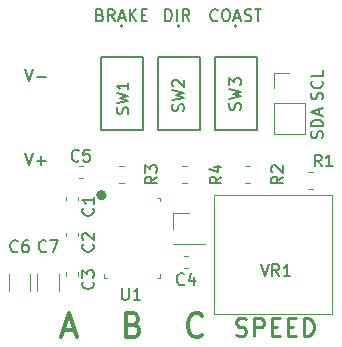
<source format=gbr>
G04 #@! TF.GenerationSoftware,KiCad,Pcbnew,(6.0.1)*
G04 #@! TF.CreationDate,2022-02-05T19:11:42-06:00*
G04 #@! TF.ProjectId,MCF8316A,4d434638-3331-4364-912e-6b696361645f,rev?*
G04 #@! TF.SameCoordinates,Original*
G04 #@! TF.FileFunction,Legend,Top*
G04 #@! TF.FilePolarity,Positive*
%FSLAX46Y46*%
G04 Gerber Fmt 4.6, Leading zero omitted, Abs format (unit mm)*
G04 Created by KiCad (PCBNEW (6.0.1)) date 2022-02-05 19:11:42*
%MOMM*%
%LPD*%
G01*
G04 APERTURE LIST*
%ADD10C,0.150000*%
%ADD11C,0.250000*%
%ADD12C,0.300000*%
%ADD13C,0.120000*%
%ADD14C,0.460000*%
%ADD15C,0.127000*%
%ADD16C,0.200000*%
G04 APERTURE END LIST*
D10*
X154956000Y-86558380D02*
X154956000Y-85558380D01*
X155194095Y-85558380D01*
X155336952Y-85606000D01*
X155432190Y-85701238D01*
X155479809Y-85796476D01*
X155527428Y-85986952D01*
X155527428Y-86129809D01*
X155479809Y-86320285D01*
X155432190Y-86415523D01*
X155336952Y-86510761D01*
X155194095Y-86558380D01*
X154956000Y-86558380D01*
X155956000Y-86558380D02*
X155956000Y-85558380D01*
X157003619Y-86558380D02*
X156670285Y-86082190D01*
X156432190Y-86558380D02*
X156432190Y-85558380D01*
X156813142Y-85558380D01*
X156908380Y-85606000D01*
X156956000Y-85653619D01*
X157003619Y-85748857D01*
X157003619Y-85891714D01*
X156956000Y-85986952D01*
X156908380Y-86034571D01*
X156813142Y-86082190D01*
X156432190Y-86082190D01*
X143065619Y-97750380D02*
X143398952Y-98750380D01*
X143732285Y-97750380D01*
X144065619Y-98369428D02*
X144827523Y-98369428D01*
X144446571Y-98750380D02*
X144446571Y-97988476D01*
X168247961Y-96464285D02*
X168295580Y-96321428D01*
X168295580Y-96083333D01*
X168247961Y-95988095D01*
X168200342Y-95940476D01*
X168105104Y-95892857D01*
X168009866Y-95892857D01*
X167914628Y-95940476D01*
X167867009Y-95988095D01*
X167819390Y-96083333D01*
X167771771Y-96273809D01*
X167724152Y-96369047D01*
X167676533Y-96416666D01*
X167581295Y-96464285D01*
X167486057Y-96464285D01*
X167390819Y-96416666D01*
X167343200Y-96369047D01*
X167295580Y-96273809D01*
X167295580Y-96035714D01*
X167343200Y-95892857D01*
X168295580Y-95464285D02*
X167295580Y-95464285D01*
X167295580Y-95226190D01*
X167343200Y-95083333D01*
X167438438Y-94988095D01*
X167533676Y-94940476D01*
X167724152Y-94892857D01*
X167867009Y-94892857D01*
X168057485Y-94940476D01*
X168152723Y-94988095D01*
X168247961Y-95083333D01*
X168295580Y-95226190D01*
X168295580Y-95464285D01*
X168009866Y-94511904D02*
X168009866Y-94035714D01*
X168295580Y-94607142D02*
X167295580Y-94273809D01*
X168295580Y-93940476D01*
D11*
X160950685Y-113129142D02*
X161164971Y-113200571D01*
X161522114Y-113200571D01*
X161664971Y-113129142D01*
X161736400Y-113057714D01*
X161807828Y-112914857D01*
X161807828Y-112772000D01*
X161736400Y-112629142D01*
X161664971Y-112557714D01*
X161522114Y-112486285D01*
X161236400Y-112414857D01*
X161093542Y-112343428D01*
X161022114Y-112272000D01*
X160950685Y-112129142D01*
X160950685Y-111986285D01*
X161022114Y-111843428D01*
X161093542Y-111772000D01*
X161236400Y-111700571D01*
X161593542Y-111700571D01*
X161807828Y-111772000D01*
X162450685Y-113200571D02*
X162450685Y-111700571D01*
X163022114Y-111700571D01*
X163164971Y-111772000D01*
X163236400Y-111843428D01*
X163307828Y-111986285D01*
X163307828Y-112200571D01*
X163236400Y-112343428D01*
X163164971Y-112414857D01*
X163022114Y-112486285D01*
X162450685Y-112486285D01*
X163950685Y-112414857D02*
X164450685Y-112414857D01*
X164664971Y-113200571D02*
X163950685Y-113200571D01*
X163950685Y-111700571D01*
X164664971Y-111700571D01*
X165307828Y-112414857D02*
X165807828Y-112414857D01*
X166022114Y-113200571D02*
X165307828Y-113200571D01*
X165307828Y-111700571D01*
X166022114Y-111700571D01*
X166664971Y-113200571D02*
X166664971Y-111700571D01*
X167022114Y-111700571D01*
X167236400Y-111772000D01*
X167379257Y-111914857D01*
X167450685Y-112057714D01*
X167522114Y-112343428D01*
X167522114Y-112557714D01*
X167450685Y-112843428D01*
X167379257Y-112986285D01*
X167236400Y-113129142D01*
X167022114Y-113200571D01*
X166664971Y-113200571D01*
D10*
X159383600Y-86463142D02*
X159335980Y-86510761D01*
X159193123Y-86558380D01*
X159097885Y-86558380D01*
X158955028Y-86510761D01*
X158859790Y-86415523D01*
X158812171Y-86320285D01*
X158764552Y-86129809D01*
X158764552Y-85986952D01*
X158812171Y-85796476D01*
X158859790Y-85701238D01*
X158955028Y-85606000D01*
X159097885Y-85558380D01*
X159193123Y-85558380D01*
X159335980Y-85606000D01*
X159383600Y-85653619D01*
X160002647Y-85558380D02*
X160193123Y-85558380D01*
X160288361Y-85606000D01*
X160383600Y-85701238D01*
X160431219Y-85891714D01*
X160431219Y-86225047D01*
X160383600Y-86415523D01*
X160288361Y-86510761D01*
X160193123Y-86558380D01*
X160002647Y-86558380D01*
X159907409Y-86510761D01*
X159812171Y-86415523D01*
X159764552Y-86225047D01*
X159764552Y-85891714D01*
X159812171Y-85701238D01*
X159907409Y-85606000D01*
X160002647Y-85558380D01*
X160812171Y-86272666D02*
X161288361Y-86272666D01*
X160716933Y-86558380D02*
X161050266Y-85558380D01*
X161383600Y-86558380D01*
X161669314Y-86510761D02*
X161812171Y-86558380D01*
X162050266Y-86558380D01*
X162145504Y-86510761D01*
X162193123Y-86463142D01*
X162240742Y-86367904D01*
X162240742Y-86272666D01*
X162193123Y-86177428D01*
X162145504Y-86129809D01*
X162050266Y-86082190D01*
X161859790Y-86034571D01*
X161764552Y-85986952D01*
X161716933Y-85939333D01*
X161669314Y-85844095D01*
X161669314Y-85748857D01*
X161716933Y-85653619D01*
X161764552Y-85606000D01*
X161859790Y-85558380D01*
X162097885Y-85558380D01*
X162240742Y-85606000D01*
X162526457Y-85558380D02*
X163097885Y-85558380D01*
X162812171Y-86558380D02*
X162812171Y-85558380D01*
D12*
X152288857Y-112252142D02*
X152574571Y-112347380D01*
X152669809Y-112442619D01*
X152765047Y-112633095D01*
X152765047Y-112918809D01*
X152669809Y-113109285D01*
X152574571Y-113204523D01*
X152384095Y-113299761D01*
X151622190Y-113299761D01*
X151622190Y-111299761D01*
X152288857Y-111299761D01*
X152479333Y-111395000D01*
X152574571Y-111490238D01*
X152669809Y-111680714D01*
X152669809Y-111871190D01*
X152574571Y-112061666D01*
X152479333Y-112156904D01*
X152288857Y-112252142D01*
X151622190Y-112252142D01*
D10*
X143065619Y-90638380D02*
X143398952Y-91638380D01*
X143732285Y-90638380D01*
X144065619Y-91257428D02*
X144827523Y-91257428D01*
D12*
X146335809Y-112728333D02*
X147288190Y-112728333D01*
X146145333Y-113299761D02*
X146812000Y-111299761D01*
X147478666Y-113299761D01*
D10*
X149422076Y-86034571D02*
X149564933Y-86082190D01*
X149612552Y-86129809D01*
X149660171Y-86225047D01*
X149660171Y-86367904D01*
X149612552Y-86463142D01*
X149564933Y-86510761D01*
X149469695Y-86558380D01*
X149088742Y-86558380D01*
X149088742Y-85558380D01*
X149422076Y-85558380D01*
X149517314Y-85606000D01*
X149564933Y-85653619D01*
X149612552Y-85748857D01*
X149612552Y-85844095D01*
X149564933Y-85939333D01*
X149517314Y-85986952D01*
X149422076Y-86034571D01*
X149088742Y-86034571D01*
X150660171Y-86558380D02*
X150326838Y-86082190D01*
X150088742Y-86558380D02*
X150088742Y-85558380D01*
X150469695Y-85558380D01*
X150564933Y-85606000D01*
X150612552Y-85653619D01*
X150660171Y-85748857D01*
X150660171Y-85891714D01*
X150612552Y-85986952D01*
X150564933Y-86034571D01*
X150469695Y-86082190D01*
X150088742Y-86082190D01*
X151041123Y-86272666D02*
X151517314Y-86272666D01*
X150945885Y-86558380D02*
X151279219Y-85558380D01*
X151612552Y-86558380D01*
X151945885Y-86558380D02*
X151945885Y-85558380D01*
X152517314Y-86558380D02*
X152088742Y-85986952D01*
X152517314Y-85558380D02*
X151945885Y-86129809D01*
X152945885Y-86034571D02*
X153279219Y-86034571D01*
X153422076Y-86558380D02*
X152945885Y-86558380D01*
X152945885Y-85558380D01*
X153422076Y-85558380D01*
X168247961Y-93189276D02*
X168295580Y-93046419D01*
X168295580Y-92808323D01*
X168247961Y-92713085D01*
X168200342Y-92665466D01*
X168105104Y-92617847D01*
X168009866Y-92617847D01*
X167914628Y-92665466D01*
X167867009Y-92713085D01*
X167819390Y-92808323D01*
X167771771Y-92998800D01*
X167724152Y-93094038D01*
X167676533Y-93141657D01*
X167581295Y-93189276D01*
X167486057Y-93189276D01*
X167390819Y-93141657D01*
X167343200Y-93094038D01*
X167295580Y-92998800D01*
X167295580Y-92760704D01*
X167343200Y-92617847D01*
X168200342Y-91617847D02*
X168247961Y-91665466D01*
X168295580Y-91808323D01*
X168295580Y-91903561D01*
X168247961Y-92046419D01*
X168152723Y-92141657D01*
X168057485Y-92189276D01*
X167867009Y-92236895D01*
X167724152Y-92236895D01*
X167533676Y-92189276D01*
X167438438Y-92141657D01*
X167343200Y-92046419D01*
X167295580Y-91903561D01*
X167295580Y-91808323D01*
X167343200Y-91665466D01*
X167390819Y-91617847D01*
X168295580Y-90713085D02*
X168295580Y-91189276D01*
X167295580Y-91189276D01*
D12*
X158099047Y-113109285D02*
X158003809Y-113204523D01*
X157718095Y-113299761D01*
X157527619Y-113299761D01*
X157241904Y-113204523D01*
X157051428Y-113014047D01*
X156956190Y-112823571D01*
X156860952Y-112442619D01*
X156860952Y-112156904D01*
X156956190Y-111775952D01*
X157051428Y-111585476D01*
X157241904Y-111395000D01*
X157527619Y-111299761D01*
X157718095Y-111299761D01*
X158003809Y-111395000D01*
X158099047Y-111490238D01*
D10*
G04 #@! TO.C,R1*
X168184533Y-98851980D02*
X167851200Y-98375790D01*
X167613104Y-98851980D02*
X167613104Y-97851980D01*
X167994057Y-97851980D01*
X168089295Y-97899600D01*
X168136914Y-97947219D01*
X168184533Y-98042457D01*
X168184533Y-98185314D01*
X168136914Y-98280552D01*
X168089295Y-98328171D01*
X167994057Y-98375790D01*
X167613104Y-98375790D01*
X169136914Y-98851980D02*
X168565485Y-98851980D01*
X168851200Y-98851980D02*
X168851200Y-97851980D01*
X168755961Y-97994838D01*
X168660723Y-98090076D01*
X168565485Y-98137695D01*
G04 #@! TO.C,U1*
X151284095Y-109154380D02*
X151284095Y-109963904D01*
X151331714Y-110059142D01*
X151379333Y-110106761D01*
X151474571Y-110154380D01*
X151665047Y-110154380D01*
X151760285Y-110106761D01*
X151807904Y-110059142D01*
X151855523Y-109963904D01*
X151855523Y-109154380D01*
X152855523Y-110154380D02*
X152284095Y-110154380D01*
X152569809Y-110154380D02*
X152569809Y-109154380D01*
X152474571Y-109297238D01*
X152379333Y-109392476D01*
X152284095Y-109440095D01*
G04 #@! TO.C,C5*
X147648333Y-98350342D02*
X147600714Y-98397961D01*
X147457857Y-98445580D01*
X147362619Y-98445580D01*
X147219761Y-98397961D01*
X147124523Y-98302723D01*
X147076904Y-98207485D01*
X147029285Y-98017009D01*
X147029285Y-97874152D01*
X147076904Y-97683676D01*
X147124523Y-97588438D01*
X147219761Y-97493200D01*
X147362619Y-97445580D01*
X147457857Y-97445580D01*
X147600714Y-97493200D01*
X147648333Y-97540819D01*
X148553095Y-97445580D02*
X148076904Y-97445580D01*
X148029285Y-97921771D01*
X148076904Y-97874152D01*
X148172142Y-97826533D01*
X148410238Y-97826533D01*
X148505476Y-97874152D01*
X148553095Y-97921771D01*
X148600714Y-98017009D01*
X148600714Y-98255104D01*
X148553095Y-98350342D01*
X148505476Y-98397961D01*
X148410238Y-98445580D01*
X148172142Y-98445580D01*
X148076904Y-98397961D01*
X148029285Y-98350342D01*
G04 #@! TO.C,R4*
X159710380Y-99734666D02*
X159234190Y-100068000D01*
X159710380Y-100306095D02*
X158710380Y-100306095D01*
X158710380Y-99925142D01*
X158758000Y-99829904D01*
X158805619Y-99782285D01*
X158900857Y-99734666D01*
X159043714Y-99734666D01*
X159138952Y-99782285D01*
X159186571Y-99829904D01*
X159234190Y-99925142D01*
X159234190Y-100306095D01*
X159043714Y-98877523D02*
X159710380Y-98877523D01*
X158662761Y-99115619D02*
X159377047Y-99353714D01*
X159377047Y-98734666D01*
G04 #@! TO.C,SW1*
X151788761Y-94424333D02*
X151836380Y-94281476D01*
X151836380Y-94043380D01*
X151788761Y-93948142D01*
X151741142Y-93900523D01*
X151645904Y-93852904D01*
X151550666Y-93852904D01*
X151455428Y-93900523D01*
X151407809Y-93948142D01*
X151360190Y-94043380D01*
X151312571Y-94233857D01*
X151264952Y-94329095D01*
X151217333Y-94376714D01*
X151122095Y-94424333D01*
X151026857Y-94424333D01*
X150931619Y-94376714D01*
X150884000Y-94329095D01*
X150836380Y-94233857D01*
X150836380Y-93995761D01*
X150884000Y-93852904D01*
X150836380Y-93519571D02*
X151836380Y-93281476D01*
X151122095Y-93091000D01*
X151836380Y-92900523D01*
X150836380Y-92662428D01*
X151836380Y-91757666D02*
X151836380Y-92329095D01*
X151836380Y-92043380D02*
X150836380Y-92043380D01*
X150979238Y-92138619D01*
X151074476Y-92233857D01*
X151122095Y-92329095D01*
G04 #@! TO.C,C1*
X148820142Y-102401666D02*
X148867761Y-102449285D01*
X148915380Y-102592142D01*
X148915380Y-102687380D01*
X148867761Y-102830238D01*
X148772523Y-102925476D01*
X148677285Y-102973095D01*
X148486809Y-103020714D01*
X148343952Y-103020714D01*
X148153476Y-102973095D01*
X148058238Y-102925476D01*
X147963000Y-102830238D01*
X147915380Y-102687380D01*
X147915380Y-102592142D01*
X147963000Y-102449285D01*
X148010619Y-102401666D01*
X148915380Y-101449285D02*
X148915380Y-102020714D01*
X148915380Y-101735000D02*
X147915380Y-101735000D01*
X148058238Y-101830238D01*
X148153476Y-101925476D01*
X148201095Y-102020714D01*
G04 #@! TO.C,C7*
X144867333Y-106021142D02*
X144819714Y-106068761D01*
X144676857Y-106116380D01*
X144581619Y-106116380D01*
X144438761Y-106068761D01*
X144343523Y-105973523D01*
X144295904Y-105878285D01*
X144248285Y-105687809D01*
X144248285Y-105544952D01*
X144295904Y-105354476D01*
X144343523Y-105259238D01*
X144438761Y-105164000D01*
X144581619Y-105116380D01*
X144676857Y-105116380D01*
X144819714Y-105164000D01*
X144867333Y-105211619D01*
X145200666Y-105116380D02*
X145867333Y-105116380D01*
X145438761Y-106116380D01*
G04 #@! TO.C,C6*
X142454333Y-106021142D02*
X142406714Y-106068761D01*
X142263857Y-106116380D01*
X142168619Y-106116380D01*
X142025761Y-106068761D01*
X141930523Y-105973523D01*
X141882904Y-105878285D01*
X141835285Y-105687809D01*
X141835285Y-105544952D01*
X141882904Y-105354476D01*
X141930523Y-105259238D01*
X142025761Y-105164000D01*
X142168619Y-105116380D01*
X142263857Y-105116380D01*
X142406714Y-105164000D01*
X142454333Y-105211619D01*
X143311476Y-105116380D02*
X143121000Y-105116380D01*
X143025761Y-105164000D01*
X142978142Y-105211619D01*
X142882904Y-105354476D01*
X142835285Y-105544952D01*
X142835285Y-105925904D01*
X142882904Y-106021142D01*
X142930523Y-106068761D01*
X143025761Y-106116380D01*
X143216238Y-106116380D01*
X143311476Y-106068761D01*
X143359095Y-106021142D01*
X143406714Y-105925904D01*
X143406714Y-105687809D01*
X143359095Y-105592571D01*
X143311476Y-105544952D01*
X143216238Y-105497333D01*
X143025761Y-105497333D01*
X142930523Y-105544952D01*
X142882904Y-105592571D01*
X142835285Y-105687809D01*
G04 #@! TO.C,R2*
X164917380Y-99734666D02*
X164441190Y-100068000D01*
X164917380Y-100306095D02*
X163917380Y-100306095D01*
X163917380Y-99925142D01*
X163965000Y-99829904D01*
X164012619Y-99782285D01*
X164107857Y-99734666D01*
X164250714Y-99734666D01*
X164345952Y-99782285D01*
X164393571Y-99829904D01*
X164441190Y-99925142D01*
X164441190Y-100306095D01*
X164012619Y-99353714D02*
X163965000Y-99306095D01*
X163917380Y-99210857D01*
X163917380Y-98972761D01*
X163965000Y-98877523D01*
X164012619Y-98829904D01*
X164107857Y-98782285D01*
X164203095Y-98782285D01*
X164345952Y-98829904D01*
X164917380Y-99401333D01*
X164917380Y-98782285D01*
G04 #@! TO.C,R3*
X154249380Y-99734666D02*
X153773190Y-100068000D01*
X154249380Y-100306095D02*
X153249380Y-100306095D01*
X153249380Y-99925142D01*
X153297000Y-99829904D01*
X153344619Y-99782285D01*
X153439857Y-99734666D01*
X153582714Y-99734666D01*
X153677952Y-99782285D01*
X153725571Y-99829904D01*
X153773190Y-99925142D01*
X153773190Y-100306095D01*
X153249380Y-99401333D02*
X153249380Y-98782285D01*
X153630333Y-99115619D01*
X153630333Y-98972761D01*
X153677952Y-98877523D01*
X153725571Y-98829904D01*
X153820809Y-98782285D01*
X154058904Y-98782285D01*
X154154142Y-98829904D01*
X154201761Y-98877523D01*
X154249380Y-98972761D01*
X154249380Y-99258476D01*
X154201761Y-99353714D01*
X154154142Y-99401333D01*
G04 #@! TO.C,C4*
X156551333Y-108815142D02*
X156503714Y-108862761D01*
X156360857Y-108910380D01*
X156265619Y-108910380D01*
X156122761Y-108862761D01*
X156027523Y-108767523D01*
X155979904Y-108672285D01*
X155932285Y-108481809D01*
X155932285Y-108338952D01*
X155979904Y-108148476D01*
X156027523Y-108053238D01*
X156122761Y-107958000D01*
X156265619Y-107910380D01*
X156360857Y-107910380D01*
X156503714Y-107958000D01*
X156551333Y-108005619D01*
X157408476Y-108243714D02*
X157408476Y-108910380D01*
X157170380Y-107862761D02*
X156932285Y-108577047D01*
X157551333Y-108577047D01*
G04 #@! TO.C,SW3*
X161313761Y-94043333D02*
X161361380Y-93900476D01*
X161361380Y-93662380D01*
X161313761Y-93567142D01*
X161266142Y-93519523D01*
X161170904Y-93471904D01*
X161075666Y-93471904D01*
X160980428Y-93519523D01*
X160932809Y-93567142D01*
X160885190Y-93662380D01*
X160837571Y-93852857D01*
X160789952Y-93948095D01*
X160742333Y-93995714D01*
X160647095Y-94043333D01*
X160551857Y-94043333D01*
X160456619Y-93995714D01*
X160409000Y-93948095D01*
X160361380Y-93852857D01*
X160361380Y-93614761D01*
X160409000Y-93471904D01*
X160361380Y-93138571D02*
X161361380Y-92900476D01*
X160647095Y-92710000D01*
X161361380Y-92519523D01*
X160361380Y-92281428D01*
X160361380Y-91995714D02*
X160361380Y-91376666D01*
X160742333Y-91710000D01*
X160742333Y-91567142D01*
X160789952Y-91471904D01*
X160837571Y-91424285D01*
X160932809Y-91376666D01*
X161170904Y-91376666D01*
X161266142Y-91424285D01*
X161313761Y-91471904D01*
X161361380Y-91567142D01*
X161361380Y-91852857D01*
X161313761Y-91948095D01*
X161266142Y-91995714D01*
G04 #@! TO.C,C3*
X148820142Y-108624666D02*
X148867761Y-108672285D01*
X148915380Y-108815142D01*
X148915380Y-108910380D01*
X148867761Y-109053238D01*
X148772523Y-109148476D01*
X148677285Y-109196095D01*
X148486809Y-109243714D01*
X148343952Y-109243714D01*
X148153476Y-109196095D01*
X148058238Y-109148476D01*
X147963000Y-109053238D01*
X147915380Y-108910380D01*
X147915380Y-108815142D01*
X147963000Y-108672285D01*
X148010619Y-108624666D01*
X147915380Y-108291333D02*
X147915380Y-107672285D01*
X148296333Y-108005619D01*
X148296333Y-107862761D01*
X148343952Y-107767523D01*
X148391571Y-107719904D01*
X148486809Y-107672285D01*
X148724904Y-107672285D01*
X148820142Y-107719904D01*
X148867761Y-107767523D01*
X148915380Y-107862761D01*
X148915380Y-108148476D01*
X148867761Y-108243714D01*
X148820142Y-108291333D01*
G04 #@! TO.C,VR1*
X163028476Y-107148380D02*
X163361809Y-108148380D01*
X163695142Y-107148380D01*
X164599904Y-108148380D02*
X164266571Y-107672190D01*
X164028476Y-108148380D02*
X164028476Y-107148380D01*
X164409428Y-107148380D01*
X164504666Y-107196000D01*
X164552285Y-107243619D01*
X164599904Y-107338857D01*
X164599904Y-107481714D01*
X164552285Y-107576952D01*
X164504666Y-107624571D01*
X164409428Y-107672190D01*
X164028476Y-107672190D01*
X165552285Y-108148380D02*
X164980857Y-108148380D01*
X165266571Y-108148380D02*
X165266571Y-107148380D01*
X165171333Y-107291238D01*
X165076095Y-107386476D01*
X164980857Y-107434095D01*
G04 #@! TO.C,C2*
X148820142Y-105449666D02*
X148867761Y-105497285D01*
X148915380Y-105640142D01*
X148915380Y-105735380D01*
X148867761Y-105878238D01*
X148772523Y-105973476D01*
X148677285Y-106021095D01*
X148486809Y-106068714D01*
X148343952Y-106068714D01*
X148153476Y-106021095D01*
X148058238Y-105973476D01*
X147963000Y-105878238D01*
X147915380Y-105735380D01*
X147915380Y-105640142D01*
X147963000Y-105497285D01*
X148010619Y-105449666D01*
X148010619Y-105068714D02*
X147963000Y-105021095D01*
X147915380Y-104925857D01*
X147915380Y-104687761D01*
X147963000Y-104592523D01*
X148010619Y-104544904D01*
X148105857Y-104497285D01*
X148201095Y-104497285D01*
X148343952Y-104544904D01*
X148915380Y-105116333D01*
X148915380Y-104497285D01*
G04 #@! TO.C,SW2*
X156487761Y-94170333D02*
X156535380Y-94027476D01*
X156535380Y-93789380D01*
X156487761Y-93694142D01*
X156440142Y-93646523D01*
X156344904Y-93598904D01*
X156249666Y-93598904D01*
X156154428Y-93646523D01*
X156106809Y-93694142D01*
X156059190Y-93789380D01*
X156011571Y-93979857D01*
X155963952Y-94075095D01*
X155916333Y-94122714D01*
X155821095Y-94170333D01*
X155725857Y-94170333D01*
X155630619Y-94122714D01*
X155583000Y-94075095D01*
X155535380Y-93979857D01*
X155535380Y-93741761D01*
X155583000Y-93598904D01*
X155535380Y-93265571D02*
X156535380Y-93027476D01*
X155821095Y-92837000D01*
X156535380Y-92646523D01*
X155535380Y-92408428D01*
X155630619Y-92075095D02*
X155583000Y-92027476D01*
X155535380Y-91932238D01*
X155535380Y-91694142D01*
X155583000Y-91598904D01*
X155630619Y-91551285D01*
X155725857Y-91503666D01*
X155821095Y-91503666D01*
X155963952Y-91551285D01*
X156535380Y-92122714D01*
X156535380Y-91503666D01*
D13*
G04 #@! TO.C,R1*
X167022536Y-100811000D02*
X167476664Y-100811000D01*
X167022536Y-99341000D02*
X167476664Y-99341000D01*
G04 #@! TO.C,U1*
X149746000Y-108302000D02*
X149746000Y-108002000D01*
X154546000Y-108002000D02*
X154546000Y-108302000D01*
X154546000Y-101802000D02*
X154546000Y-101502000D01*
X150046000Y-108302000D02*
X149746000Y-108302000D01*
X154546000Y-101502000D02*
X154246000Y-101502000D01*
X154546000Y-108302000D02*
X154246000Y-108302000D01*
D14*
X149776000Y-101302000D02*
G75*
G03*
X149776000Y-101302000I-230000J0D01*
G01*
D13*
G04 #@! TO.C,C5*
X147674420Y-99824000D02*
X147955580Y-99824000D01*
X147674420Y-98804000D02*
X147955580Y-98804000D01*
G04 #@! TO.C,R4*
X156379936Y-100303000D02*
X156834064Y-100303000D01*
X156379936Y-98833000D02*
X156834064Y-98833000D01*
D15*
G04 #@! TO.C,SW1*
X153027000Y-89610000D02*
X153027000Y-95810000D01*
X153027000Y-95810000D02*
X149487000Y-95810000D01*
X149487000Y-89610000D02*
X153027000Y-89610000D01*
X149487000Y-95810000D02*
X149487000Y-89610000D01*
D16*
X151357000Y-86960000D02*
G75*
G03*
X151357000Y-86960000I-100000J0D01*
G01*
D13*
G04 #@! TO.C,C1*
X146556000Y-101727580D02*
X146556000Y-101446420D01*
X147576000Y-101727580D02*
X147576000Y-101446420D01*
G04 #@! TO.C,C7*
X145944000Y-107951748D02*
X145944000Y-109374252D01*
X144124000Y-107951748D02*
X144124000Y-109374252D01*
G04 #@! TO.C,C6*
X143531000Y-107951748D02*
X143531000Y-109374252D01*
X141711000Y-107951748D02*
X141711000Y-109374252D01*
G04 #@! TO.C,R2*
X161681936Y-98833000D02*
X162136064Y-98833000D01*
X161681936Y-100303000D02*
X162136064Y-100303000D01*
G04 #@! TO.C,R3*
X151500064Y-100303000D02*
X151045936Y-100303000D01*
X151500064Y-98833000D02*
X151045936Y-98833000D01*
G04 #@! TO.C,C4*
X156845580Y-106424000D02*
X156564420Y-106424000D01*
X156845580Y-107444000D02*
X156564420Y-107444000D01*
G04 #@! TO.C,J4*
X164125600Y-92247800D02*
X164125600Y-90917800D01*
X166785600Y-93517800D02*
X166785600Y-96117800D01*
X164125600Y-90917800D02*
X165455600Y-90917800D01*
X164125600Y-93517800D02*
X164125600Y-96117800D01*
X164125600Y-93517800D02*
X166785600Y-93517800D01*
X164125600Y-96117800D02*
X166785600Y-96117800D01*
D15*
G04 #@! TO.C,SW3*
X162679000Y-89610000D02*
X162679000Y-95810000D01*
X159139000Y-95810000D02*
X159139000Y-89610000D01*
X162679000Y-95810000D02*
X159139000Y-95810000D01*
X159139000Y-89610000D02*
X162679000Y-89610000D01*
D16*
X161009000Y-86960000D02*
G75*
G03*
X161009000Y-86960000I-100000J0D01*
G01*
D13*
G04 #@! TO.C,C3*
X147576000Y-107822420D02*
X147576000Y-108103580D01*
X146556000Y-107822420D02*
X146556000Y-108103580D01*
G04 #@! TO.C,VR1*
X169100500Y-111315500D02*
X159067500Y-111315500D01*
X159067500Y-101282500D02*
X169100500Y-101282500D01*
X159067500Y-111315500D02*
X159067500Y-101282500D01*
X169100500Y-101282500D02*
X169100500Y-111315500D01*
G04 #@! TO.C,C2*
X147576000Y-104775580D02*
X147576000Y-104494420D01*
X146556000Y-104775580D02*
X146556000Y-104494420D01*
D15*
G04 #@! TO.C,SW2*
X154313000Y-95810000D02*
X154313000Y-89610000D01*
X154313000Y-89610000D02*
X157853000Y-89610000D01*
X157853000Y-89610000D02*
X157853000Y-95810000D01*
X157853000Y-95810000D02*
X154313000Y-95810000D01*
D16*
X156183000Y-86960000D02*
G75*
G03*
X156183000Y-86960000I-100000J0D01*
G01*
D13*
G04 #@! TO.C,J5*
X155642000Y-105470000D02*
X158302000Y-105470000D01*
X155642000Y-105410000D02*
X155642000Y-105470000D01*
X155642000Y-102810000D02*
X156972000Y-102810000D01*
X155642000Y-104140000D02*
X155642000Y-102810000D01*
X155642000Y-105410000D02*
X158302000Y-105410000D01*
X158302000Y-105410000D02*
X158302000Y-105470000D01*
G04 #@! TD*
M02*

</source>
